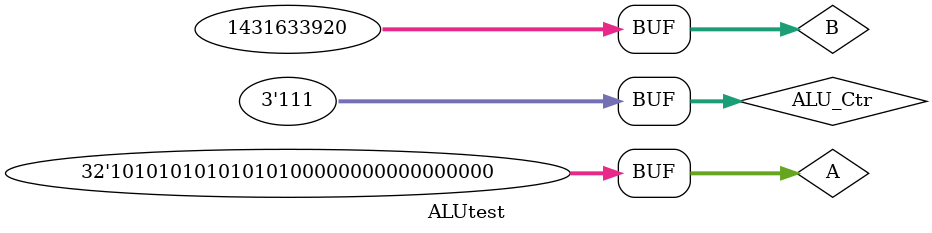
<source format=v>
`timescale 1ns / 1ps


module ALUtest;

	// Inputs
	reg [31:0] A;
	reg [31:0] B;
	reg [2:0] ALU_Ctr;

	// Outputs
	wire [31:0] res;
	wire Co;
	wire zero;
	wire overflow;

	// Instantiate the Unit Under Test (UUT)
	ALU uut (
		.A(A), 
		.B(B), 
		.ALU_Ctr(ALU_Ctr), 
		.res(res), 
		.Co(Co), 
		.zero(zero), 
		.overflow(overflow)
	);

	initial begin
		// Initialize Inputs
		A = 0;
		B = 0;
		ALU_Ctr = 0;

		// Wait 100 ns for global reset to finish
		#100;
		A = 32'hAAAA0000;
		B = 32'h55550000;
		#100;
		ALU_Ctr = 1;
		#100;
		ALU_Ctr = 2;
		#100;
		ALU_Ctr = 3;
		#100;
		ALU_Ctr = 4;
		#100;
		ALU_Ctr = 5;
		#100;
		ALU_Ctr = 6;
		#100;
		ALU_Ctr = 7;
        
		// Add stimulus here

	end
      
endmodule


</source>
